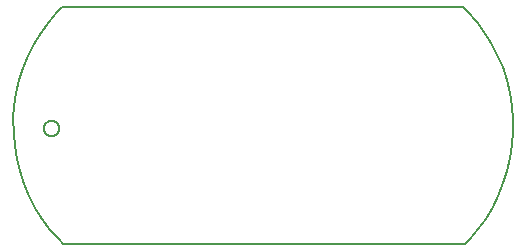
<source format=gbr>
%TF.GenerationSoftware,Altium Limited,Altium Designer,20.0.10 (225)*%
G04 Layer_Color=16711935*
%FSLAX26Y26*%
%MOIN*%
%TF.FileFunction,Other,Mechanical_1*%
%TF.Part,Single*%
G01*
G75*
%TA.AperFunction,NonConductor*%
%ADD11C,0.006000*%
D11*
X3559973Y1830000D02*
X3569161Y1826194D01*
X3576194Y1819161D01*
X3580000Y1809973D01*
Y1805000D02*
Y1809973D01*
Y1800027D02*
Y1805000D01*
X3576194Y1790839D02*
X3580000Y1800027D01*
X3569161Y1783806D02*
X3576194Y1790839D01*
X3559973Y1780000D02*
X3569161Y1783806D01*
X3550027Y1780000D02*
X3559973D01*
X3540839Y1783806D02*
X3550027Y1780000D01*
X3533806Y1790839D02*
X3540839Y1783806D01*
X3530000Y1800027D02*
X3533806Y1790839D01*
X3530000Y1800027D02*
Y1805000D01*
Y1809973D01*
X3533806Y1819161D01*
X3540839Y1826194D01*
X3550027Y1830000D01*
X3559973D01*
X3590000Y2210000D02*
X4928583Y2210000D01*
X3574584Y2194366D02*
X3590000Y2210000D01*
X3546299Y2160776D02*
X3574584Y2194366D01*
X3520737Y2125070D02*
X3546299Y2160776D01*
X3498055Y2087469D02*
X3520737Y2125070D01*
X3478393Y2048204D02*
X3498055Y2087469D01*
X3461873Y2007517D02*
X3478393Y2048204D01*
X3448595Y1965660D02*
X3461873Y2007517D01*
X3438643Y1922890D02*
X3448595Y1965660D01*
X3432077Y1879471D02*
X3438643Y1922890D01*
X3428938Y1835671D02*
X3432077Y1879471D01*
X3428938Y1835671D02*
X3429245Y1791759D01*
X3432997Y1748007D01*
X3440169Y1704684D01*
X3450719Y1662058D01*
X3464581Y1620390D01*
X3481669Y1579939D01*
X3501878Y1540953D01*
X3525083Y1503672D01*
X3551142Y1468328D01*
X3579894Y1435137D01*
X3595528Y1419720D01*
X4934111D01*
X4934103D02*
X4949520Y1435354D01*
X4977805Y1468944D01*
X5003367Y1504650D01*
X5026048Y1542251D01*
X5045710Y1581516D01*
X5062231Y1622202D01*
X5075508Y1664060D01*
X5085460Y1706830D01*
X5092026Y1750249D01*
X5095165Y1794049D01*
X5094858Y1837961D02*
X5095165Y1794049D01*
X5091107Y1881713D02*
X5094858Y1837961D01*
X5083934Y1925036D02*
X5091107Y1881713D01*
X5073384Y1967662D02*
X5083934Y1925036D01*
X5059523Y2009330D02*
X5073384Y1967662D01*
X5042435Y2049781D02*
X5059523Y2009330D01*
X5022226Y2088767D02*
X5042435Y2049781D01*
X4999020Y2126048D02*
X5022226Y2088767D01*
X4972961Y2161392D02*
X4999020Y2126048D01*
X4944209Y2194583D02*
X4972961Y2161392D01*
X4928575Y2210000D02*
X4944209Y2194583D01*
%TF.MD5,3c9f341da9f9ff8b3ed43ae376cb9d55*%
M02*

</source>
